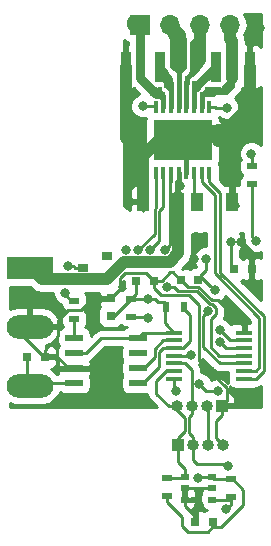
<source format=gbr>
G04 #@! TF.GenerationSoftware,KiCad,Pcbnew,(2018-02-16 revision c95340fba)-makepkg*
G04 #@! TF.CreationDate,2018-04-24T18:33:14+02:00*
G04 #@! TF.ProjectId,lmd,6C6D642E6B696361645F706362000000,rev?*
G04 #@! TF.SameCoordinates,Original*
G04 #@! TF.FileFunction,Copper,L1,Top,Signal*
G04 #@! TF.FilePolarity,Positive*
%FSLAX46Y46*%
G04 Gerber Fmt 4.6, Leading zero omitted, Abs format (unit mm)*
G04 Created by KiCad (PCBNEW (2018-02-16 revision c95340fba)-makepkg) date 04/24/18 18:33:14*
%MOMM*%
%LPD*%
G01*
G04 APERTURE LIST*
%ADD10R,0.900000X2.500000*%
%ADD11O,3.960000X1.980000*%
%ADD12R,3.960000X1.980000*%
%ADD13R,1.550000X0.600000*%
%ADD14O,1.700000X1.700000*%
%ADD15R,1.700000X1.700000*%
%ADD16R,0.800000X0.750000*%
%ADD17R,0.750000X0.800000*%
%ADD18R,0.900000X0.800000*%
%ADD19R,0.900000X0.500000*%
%ADD20C,0.750000*%
%ADD21R,5.000000X3.400000*%
%ADD22R,0.450000X1.050000*%
%ADD23O,1.000000X1.000000*%
%ADD24R,1.000000X1.000000*%
%ADD25R,1.450000X0.450000*%
%ADD26R,0.700000X0.510000*%
%ADD27R,1.000000X1.600000*%
%ADD28R,0.500000X0.900000*%
%ADD29C,0.800000*%
%ADD30C,0.450000*%
%ADD31C,0.450000*%
%ADD32C,0.250000*%
%ADD33C,0.500000*%
%ADD34C,1.000000*%
%ADD35C,0.400000*%
%ADD36C,0.750000*%
%ADD37C,0.254000*%
G04 APERTURE END LIST*
D10*
X116365360Y-94899480D03*
X119265360Y-94899480D03*
D11*
X108254800Y-121912400D03*
X108254800Y-116912400D03*
D12*
X108254800Y-111912400D03*
D13*
X117406400Y-117881400D03*
X117406400Y-119151400D03*
X117406400Y-120421400D03*
X117406400Y-121691400D03*
X112006400Y-121691400D03*
X112006400Y-120421400D03*
X112006400Y-119151400D03*
X112006400Y-117881400D03*
D14*
X125181360Y-91343480D03*
X122641360Y-91343480D03*
X120101360Y-91343480D03*
D15*
X117561360Y-91343480D03*
D16*
X109512800Y-119481600D03*
X108012800Y-119481600D03*
X122517600Y-112928400D03*
X121017600Y-112928400D03*
D17*
X115087400Y-116015200D03*
X115087400Y-114515200D03*
D18*
X112792000Y-111912400D03*
X114792000Y-110962400D03*
X114792000Y-112862400D03*
D19*
X112014000Y-114769200D03*
X112014000Y-116269200D03*
D10*
X123985360Y-94899480D03*
X126885360Y-94899480D03*
D20*
X119680860Y-101872480D03*
X119680860Y-100372480D03*
X121180860Y-101872480D03*
X121180860Y-100372480D03*
X122680860Y-101872480D03*
X122680860Y-100372480D03*
D21*
X121180860Y-101122480D03*
D22*
X123455860Y-103897480D03*
X122805860Y-103897480D03*
X122155860Y-103897480D03*
X121505860Y-103897480D03*
X120855860Y-103897480D03*
X120205860Y-103897480D03*
X119555860Y-103897480D03*
X118905860Y-103897480D03*
X118905860Y-98347480D03*
X119555860Y-98347480D03*
X120205860Y-98347480D03*
X120855860Y-98347480D03*
X121505860Y-98347480D03*
X122155860Y-98347480D03*
X122805860Y-98347480D03*
X123455860Y-98347480D03*
D23*
X120713500Y-123634500D03*
X121983500Y-123634500D03*
X123253500Y-123634500D03*
D24*
X124523500Y-123634500D03*
X120777000Y-126936500D03*
D23*
X122047000Y-126936500D03*
X123317000Y-126936500D03*
X124587000Y-126936500D03*
D19*
X116840000Y-114566000D03*
X116840000Y-116066000D03*
D25*
X126394000Y-117430000D03*
X126394000Y-118080000D03*
X126394000Y-118730000D03*
X126394000Y-119380000D03*
X126394000Y-120030000D03*
X126394000Y-120680000D03*
X126394000Y-121330000D03*
X120494000Y-121330000D03*
X120494000Y-120680000D03*
X120494000Y-120030000D03*
X120494000Y-119380000D03*
X120494000Y-118730000D03*
X120494000Y-118080000D03*
X120494000Y-117430000D03*
D26*
X123689600Y-129669500D03*
X123689600Y-130619500D03*
X123689600Y-131569500D03*
X121369600Y-131569500D03*
X121369600Y-130619500D03*
X121369600Y-129669500D03*
D16*
X122236800Y-133451600D03*
X123736800Y-133451600D03*
D19*
X119837200Y-129755200D03*
X119837200Y-131255200D03*
X125272800Y-129856800D03*
X125272800Y-131356800D03*
D16*
X125538800Y-112064800D03*
X127038800Y-112064800D03*
X118758400Y-113030000D03*
X117258400Y-113030000D03*
D27*
X117839360Y-106329480D03*
X120839360Y-106329480D03*
X125411360Y-106329480D03*
X122411360Y-106329480D03*
D28*
X121298400Y-115214400D03*
X119798400Y-115214400D03*
D19*
X127101600Y-103339200D03*
X127101600Y-104839200D03*
D29*
X126169950Y-109724271D03*
X116382800Y-110388400D03*
X122123200Y-111150400D03*
X125425200Y-103632000D03*
X126898400Y-97688400D03*
X113690400Y-114604800D03*
X114731800Y-121945400D03*
X116992400Y-100457000D03*
X127736600Y-91617800D03*
X122580400Y-132029200D03*
X125577600Y-116027200D03*
X125269946Y-109728011D03*
X123139200Y-111150400D03*
X123901196Y-113842800D03*
X120599200Y-122377200D03*
X122529600Y-129692400D03*
X111455200Y-111810800D03*
X111252000Y-114030010D03*
X119888002Y-113588800D03*
X117449600Y-110439200D03*
X118414800Y-110439200D03*
X123328501Y-115619986D03*
X122608510Y-121783882D03*
X124206000Y-122326400D03*
X127009990Y-102260400D03*
X118262400Y-116179596D03*
X125018800Y-128727200D03*
X124866400Y-132384800D03*
X118262400Y-114554000D03*
X120930870Y-104995980D03*
D30*
X123733560Y-97261680D03*
X123733560Y-96804480D03*
X123276360Y-96804480D03*
X123276360Y-97261680D03*
X122819160Y-97261680D03*
X122092720Y-94767400D03*
X122539760Y-94879160D03*
X122214640Y-95214440D03*
X121889520Y-95544640D03*
X121569480Y-95864680D03*
X121505870Y-96779080D03*
X121505870Y-97236280D03*
X121066560Y-94980760D03*
X120604280Y-95006160D03*
X120858280Y-95397320D03*
X120858280Y-95859600D03*
X120855860Y-96321880D03*
X118597680Y-97261680D03*
X118831360Y-96829880D03*
X119288560Y-96829880D03*
X119059960Y-97236280D03*
X119517160Y-97236280D03*
X121498360Y-96321880D03*
X122158760Y-97261680D03*
X122184160Y-96321880D03*
X122590560Y-96575880D03*
X122158760Y-96779080D03*
X120855860Y-96779080D03*
X120855860Y-97236290D03*
X119796560Y-96550480D03*
X120202960Y-96321880D03*
X120202960Y-96779080D03*
X120205860Y-97239180D03*
D29*
X117805200Y-98247200D03*
X124356538Y-117236690D03*
X121869200Y-119329200D03*
X124968000Y-98399600D03*
X127419962Y-109654880D03*
X124357832Y-118246315D03*
X119684800Y-110439200D03*
D31*
X122680860Y-100372480D02*
X124213370Y-100372480D01*
X121180860Y-101872480D02*
X119680860Y-101872480D01*
D32*
X122530176Y-113549178D02*
X121638378Y-113549178D01*
X121638378Y-113549178D02*
X121017600Y-112928400D01*
X119352600Y-114249200D02*
X121767600Y-114249200D01*
X123651999Y-114671001D02*
X122530176Y-113549178D01*
X124221401Y-114671001D02*
X123651999Y-114671001D01*
X125577600Y-116027200D02*
X124221401Y-114671001D01*
X121767600Y-114249200D02*
X122594202Y-115075802D01*
X118758400Y-113030000D02*
X118758400Y-113655000D01*
X118758400Y-113655000D02*
X119352600Y-114249200D01*
X119408400Y-113030000D02*
X118758400Y-113030000D01*
X120135000Y-112303400D02*
X119408400Y-113030000D01*
X121017600Y-112928400D02*
X120992600Y-112928400D01*
X120367600Y-112303400D02*
X120135000Y-112303400D01*
X120992600Y-112928400D02*
X120367600Y-112303400D01*
X126569949Y-110124270D02*
X126169950Y-109724271D01*
X127038800Y-110593121D02*
X126569949Y-110124270D01*
X127038800Y-112064800D02*
X127038800Y-110593121D01*
X115214400Y-114401600D02*
X115874800Y-113741200D01*
X118733400Y-113030000D02*
X118758400Y-113030000D01*
X115874800Y-113741200D02*
X115874800Y-112826800D01*
X115874800Y-112826800D02*
X116296600Y-112405000D01*
X118108400Y-112405000D02*
X118733400Y-113030000D01*
X116296600Y-112405000D02*
X118108400Y-112405000D01*
D33*
X117839360Y-106329480D02*
X117839360Y-106629480D01*
D32*
X124523500Y-124384500D02*
X123984599Y-124923401D01*
X124523500Y-123634500D02*
X124523500Y-124384500D01*
X123984599Y-124923401D02*
X123984599Y-126334099D01*
X123984599Y-126334099D02*
X124087001Y-126436501D01*
X124087001Y-126436501D02*
X124587000Y-126936500D01*
X124932601Y-123225399D02*
X124932601Y-122475399D01*
X124523500Y-123634500D02*
X124932601Y-123225399D01*
X122594202Y-119789598D02*
X122594202Y-115075802D01*
X124932601Y-122381999D02*
X124932601Y-122127997D01*
X124932601Y-122127997D02*
X122594202Y-119789598D01*
D33*
X125411360Y-103645840D02*
X125425200Y-103632000D01*
X125411360Y-105029480D02*
X125411360Y-103645840D01*
X125411360Y-105029480D02*
X125038380Y-104656500D01*
X125411360Y-106329480D02*
X125411360Y-105029480D01*
X125038380Y-104656500D02*
X125038380Y-100058960D01*
D34*
X125038380Y-100058960D02*
X124165360Y-100931980D01*
X121285000Y-100931980D02*
X125038380Y-100058960D01*
X126885360Y-94899480D02*
X126885360Y-98211980D01*
X126885360Y-98211980D02*
X125038380Y-100058960D01*
D33*
X126885360Y-94899480D02*
X126885360Y-97675360D01*
X126885360Y-97675360D02*
X126898400Y-97688400D01*
D32*
X125411360Y-106329480D02*
X125411360Y-105373040D01*
X110591600Y-119481600D02*
X111531400Y-120421400D01*
X109512800Y-119481600D02*
X110591600Y-119481600D01*
X111531400Y-120421400D02*
X112006400Y-120421400D01*
X112609800Y-115519200D02*
X113702000Y-114427000D01*
X111478998Y-115519200D02*
X112609800Y-115519200D01*
X110642400Y-116355798D02*
X111478998Y-115519200D01*
X109512800Y-118856600D02*
X110642400Y-117727000D01*
X110642400Y-117727000D02*
X110642400Y-116355798D01*
X109512800Y-119481600D02*
X109512800Y-118856600D01*
X113702000Y-114427000D02*
X115138200Y-114427000D01*
X115138200Y-114427000D02*
X115062000Y-114350800D01*
X124523500Y-123634500D02*
X124523500Y-124142500D01*
D33*
X125780800Y-106698920D02*
X125411360Y-106329480D01*
D32*
X117839360Y-106329480D02*
X117839360Y-107103040D01*
X122186000Y-132890900D02*
X122186000Y-133400800D01*
X122186000Y-133400800D02*
X122236800Y-133451600D01*
X122224800Y-132384800D02*
X122186000Y-132423600D01*
X122180401Y-132885301D02*
X122180401Y-132429199D01*
X122186000Y-132890900D02*
X122180401Y-132885301D01*
X122180401Y-132429199D02*
X122580400Y-132029200D01*
X121369600Y-132074500D02*
X122186000Y-132890900D01*
X121369600Y-131569500D02*
X121369600Y-132074500D01*
X123689600Y-130619500D02*
X121369600Y-130619500D01*
X121369600Y-131569500D02*
X121369600Y-130619500D01*
X109487800Y-119481600D02*
X107188000Y-117181800D01*
X109512800Y-119481600D02*
X109487800Y-119481600D01*
X107188000Y-117181800D02*
X107188000Y-116920000D01*
X109537800Y-119481600D02*
X109512800Y-119481600D01*
X126394000Y-117430000D02*
X126394000Y-116843600D01*
X126394000Y-116843600D02*
X125577600Y-116027200D01*
D34*
X116365360Y-100957980D02*
X117839360Y-102431980D01*
X116365360Y-94899480D02*
X116365360Y-100957980D01*
X119339360Y-100931980D02*
X121285000Y-100931980D01*
D31*
X121505860Y-103897480D02*
X121505860Y-101152840D01*
X121505860Y-101152840D02*
X121285000Y-100931980D01*
X121505860Y-103897480D02*
X121505860Y-103247481D01*
D32*
X112006400Y-121691400D02*
X107416600Y-121691400D01*
X107416600Y-121691400D02*
X107188000Y-121920000D01*
X108012800Y-119481600D02*
X108012800Y-121095200D01*
X108012800Y-121095200D02*
X107188000Y-121920000D01*
X118828085Y-114554000D02*
X119132885Y-114858800D01*
X119132885Y-114858800D02*
X119696800Y-114858800D01*
X118262400Y-114554000D02*
X118828085Y-114554000D01*
X125269946Y-109728011D02*
X125269946Y-111795946D01*
X125269946Y-111795946D02*
X125538800Y-112064800D01*
X123050600Y-112217200D02*
X123139200Y-112128600D01*
X123139200Y-111716085D02*
X123139200Y-111150400D01*
X123139200Y-112128600D02*
X123139200Y-111716085D01*
X122732800Y-112535000D02*
X122732800Y-112674404D01*
X123050600Y-112217200D02*
X122732800Y-112535000D01*
X122732800Y-112674404D02*
X123501197Y-113442801D01*
X123501197Y-113442801D02*
X123901196Y-113842800D01*
X122517600Y-112788000D02*
X122631200Y-112674400D01*
X122517600Y-112928400D02*
X122517600Y-112788000D01*
X122631200Y-112674400D02*
X122631200Y-112636600D01*
X122631200Y-112636600D02*
X123050600Y-112217200D01*
X117258400Y-113030000D02*
X117258400Y-114147600D01*
X117258400Y-114147600D02*
X116840000Y-114566000D01*
X120494000Y-122272000D02*
X120599200Y-122377200D01*
X120494000Y-121330000D02*
X120494000Y-122272000D01*
X119696800Y-114858800D02*
X119709500Y-114846100D01*
X113031400Y-119151400D02*
X114301400Y-117881400D01*
X112006400Y-119151400D02*
X113031400Y-119151400D01*
X114301400Y-117881400D02*
X116381400Y-117881400D01*
X116381400Y-117881400D02*
X117406400Y-117881400D01*
X120494000Y-117430000D02*
X117857800Y-117430000D01*
X117857800Y-117430000D02*
X117406400Y-117881400D01*
X115087400Y-116015200D02*
X115390800Y-116015200D01*
X115390800Y-116015200D02*
X116840000Y-114566000D01*
X123317000Y-126936500D02*
X123317000Y-123698000D01*
X123686000Y-133921500D02*
X123686000Y-133502400D01*
X123686000Y-133502400D02*
X123736800Y-133451600D01*
X123318100Y-134264400D02*
X123661000Y-133921500D01*
X121666000Y-134264400D02*
X123318100Y-134264400D01*
X121158000Y-133756400D02*
X121666000Y-134264400D01*
X121158000Y-133076000D02*
X121158000Y-133756400D01*
X119837200Y-131255200D02*
X119837200Y-131755200D01*
X119837200Y-131755200D02*
X121158000Y-133076000D01*
X123661000Y-133921500D02*
X123686000Y-133921500D01*
X123736800Y-133451600D02*
X123736800Y-133870700D01*
X123736800Y-133870700D02*
X123686000Y-133921500D01*
X123686000Y-133921500D02*
X124402704Y-133921500D01*
X124402704Y-133921500D02*
X126339600Y-131984604D01*
X126339600Y-131984604D02*
X126339600Y-130723600D01*
X125472800Y-129856800D02*
X125272800Y-129856800D01*
X126339600Y-130723600D02*
X125472800Y-129856800D01*
X125272800Y-129856800D02*
X123876900Y-129856800D01*
X123876900Y-129856800D02*
X123689600Y-129669500D01*
X122552500Y-129669500D02*
X122529600Y-129692400D01*
X123689600Y-129669500D02*
X122552500Y-129669500D01*
X112020885Y-111841285D02*
X112092000Y-111912400D01*
X112020885Y-111810800D02*
X112020885Y-111841285D01*
X112092000Y-111912400D02*
X112792000Y-111912400D01*
X112020885Y-111810800D02*
X111455200Y-111810800D01*
X112014000Y-114769200D02*
X111814000Y-114769200D01*
X111814000Y-114769200D02*
X111252000Y-114207200D01*
X111252000Y-114207200D02*
X111252000Y-114030010D01*
D34*
X120839360Y-110713844D02*
X120839360Y-105945080D01*
X114792000Y-112862400D02*
X116215198Y-111439202D01*
X120114002Y-111439202D02*
X120839360Y-110713844D01*
X116215198Y-111439202D02*
X120114002Y-111439202D01*
X114741999Y-112912401D02*
X109254801Y-112912401D01*
X114792000Y-112862400D02*
X114741999Y-112912401D01*
X109254801Y-112912401D02*
X108254800Y-111912400D01*
D32*
X112006400Y-117881400D02*
X112006400Y-116276800D01*
X117449600Y-110439200D02*
X118833988Y-109054812D01*
X118833988Y-109054812D02*
X118833989Y-106985021D01*
X118905860Y-104672480D02*
X118905860Y-103897480D01*
X118905860Y-106913150D02*
X118905860Y-104672480D01*
X118833989Y-106985021D02*
X118905860Y-106913150D01*
X124002800Y-115316000D02*
X123707812Y-115021012D01*
X124002800Y-115874800D02*
X124002800Y-115316000D01*
X123582022Y-116295578D02*
X124002800Y-115874800D01*
X123582022Y-118651600D02*
X123582022Y-116295578D01*
X123707812Y-115021012D02*
X123507020Y-115021012D01*
X122385197Y-113899189D02*
X120764076Y-113899189D01*
X126394000Y-119380000D02*
X124310422Y-119380000D01*
X120764076Y-113899189D02*
X120453687Y-113588800D01*
X124310422Y-119380000D02*
X123582022Y-118651600D01*
X123507020Y-115021012D02*
X122385197Y-113899189D01*
X120453687Y-113588800D02*
X119888002Y-113588800D01*
X118414800Y-110439200D02*
X119183999Y-109670001D01*
X119183999Y-109670001D02*
X119183999Y-107130001D01*
X119183999Y-107130001D02*
X119555860Y-106758140D01*
X119555860Y-106758140D02*
X119555860Y-104672480D01*
X119555860Y-104672480D02*
X119555860Y-103897480D01*
X122947271Y-118653260D02*
X122947271Y-116001216D01*
X124324011Y-120030000D02*
X122947271Y-118653260D01*
X126394000Y-120030000D02*
X124324011Y-120030000D01*
X122947271Y-116001216D02*
X123328501Y-115619986D01*
X123927001Y-105793621D02*
X123927001Y-112382391D01*
X127694979Y-120354021D02*
X127369000Y-120680000D01*
X127694979Y-116150369D02*
X127694979Y-120354021D01*
X123927001Y-112382391D02*
X127694979Y-116150369D01*
X122805860Y-104672480D02*
X123927001Y-105793621D01*
X122805860Y-103897480D02*
X122805860Y-104672480D01*
X127369000Y-120680000D02*
X126394000Y-120680000D01*
X124393799Y-105610419D02*
X123455860Y-104672480D01*
X128044990Y-120654010D02*
X128044990Y-116005390D01*
X124393799Y-112354199D02*
X124393799Y-105610419D01*
X128044990Y-116005390D02*
X124393799Y-112354199D01*
X126394000Y-121330000D02*
X127369000Y-121330000D01*
X123455860Y-104672480D02*
X123455860Y-103897480D01*
X127369000Y-121330000D02*
X128044990Y-120654010D01*
X127101600Y-103339200D02*
X127101600Y-102352010D01*
X127101600Y-102352010D02*
X127009990Y-102260400D01*
X123008509Y-122183881D02*
X122608510Y-121783882D01*
X123151028Y-122326400D02*
X123008509Y-122183881D01*
X124206000Y-122326400D02*
X123151028Y-122326400D01*
X120006394Y-123634500D02*
X118958198Y-122586304D01*
X120713500Y-123634500D02*
X120006394Y-123634500D01*
X118958198Y-122586304D02*
X118958198Y-121510800D01*
X118958198Y-121510800D02*
X119788998Y-120680000D01*
X119788998Y-120680000D02*
X120494000Y-120680000D01*
X121983500Y-124341606D02*
X121723999Y-124601107D01*
X121983500Y-123634500D02*
X121983500Y-124341606D01*
X121723999Y-124601107D02*
X121723999Y-125906393D01*
X121723999Y-125906393D02*
X122047000Y-126229394D01*
X122047000Y-126229394D02*
X122047000Y-126936500D01*
X121401600Y-120030000D02*
X121972499Y-120600899D01*
X120494000Y-120030000D02*
X121401600Y-120030000D01*
X121972499Y-120600899D02*
X121983500Y-120589898D01*
X121983500Y-120589898D02*
X121983500Y-123634500D01*
X117830600Y-121691400D02*
X119176800Y-120345200D01*
X117406400Y-121691400D02*
X117830600Y-121691400D01*
X119176800Y-120345200D02*
X119176800Y-119072200D01*
X119176800Y-119072200D02*
X119519000Y-118730000D01*
X119519000Y-118730000D02*
X120494000Y-118730000D01*
X121199002Y-118730000D02*
X121798400Y-118130602D01*
X120494000Y-118730000D02*
X121199002Y-118730000D01*
X121798400Y-118130602D02*
X121798400Y-115914400D01*
X121798400Y-115914400D02*
X121298400Y-115414400D01*
X121298400Y-115414400D02*
X121298400Y-115214400D01*
X116840000Y-116066000D02*
X118148804Y-116066000D01*
X118148804Y-116066000D02*
X118262400Y-116179596D01*
X120713500Y-124015500D02*
X121361200Y-124663200D01*
X120713500Y-123634500D02*
X120713500Y-124015500D01*
X121361200Y-124663200D02*
X121361200Y-125780800D01*
X121361200Y-125780800D02*
X120777000Y-126365000D01*
X120777000Y-126365000D02*
X120777000Y-126936500D01*
X121983500Y-123634500D02*
X121716800Y-123901200D01*
X121716800Y-126606300D02*
X122047000Y-126936500D01*
X124866400Y-128574800D02*
X122428000Y-128574800D01*
X125018800Y-128727200D02*
X124866400Y-128574800D01*
X122428000Y-128574800D02*
X122047000Y-128193800D01*
X122047000Y-128193800D02*
X122047000Y-126936500D01*
X125272800Y-131356800D02*
X125272800Y-131978400D01*
X125272800Y-131978400D02*
X124866400Y-132384800D01*
X123689600Y-131569500D02*
X125060100Y-131569500D01*
X125060100Y-131569500D02*
X125272800Y-131356800D01*
X125022000Y-131356800D02*
X125222000Y-131356800D01*
X114858800Y-114641800D02*
X114858800Y-114616800D01*
X119696800Y-116632800D02*
X119837200Y-116773200D01*
X119696800Y-114858800D02*
X119696800Y-116632800D01*
X119837200Y-116773200D02*
X120494000Y-117430000D01*
X123317000Y-123698000D02*
X123253500Y-123634500D01*
X116840000Y-114566000D02*
X118250400Y-114566000D01*
X118250400Y-114566000D02*
X118262400Y-114554000D01*
X114921600Y-114554000D02*
X114858800Y-114616800D01*
D31*
X120855860Y-104920970D02*
X120930870Y-104995980D01*
X120855860Y-103897480D02*
X120855860Y-104920970D01*
X124898359Y-97036681D02*
X125397260Y-96537780D01*
X125397260Y-96537780D02*
X125397260Y-95890080D01*
X123733560Y-97261680D02*
X123958559Y-97036681D01*
X123958559Y-97036681D02*
X124898359Y-97036681D01*
X124889260Y-96460582D02*
X125028960Y-96320882D01*
X124419360Y-96930482D02*
X124889260Y-96460582D01*
X125397260Y-95890080D02*
X125397260Y-95952582D01*
X125397260Y-95952582D02*
X124889260Y-96460582D01*
D34*
X125397260Y-92761461D02*
X125397260Y-95890080D01*
X125181360Y-91343480D02*
X125181360Y-92545561D01*
X125181360Y-92545561D02*
X125397260Y-92761461D01*
D31*
X124265962Y-97083880D02*
X124419360Y-96930482D01*
D35*
X123733560Y-96804480D02*
X124293358Y-96804480D01*
X124293358Y-96804480D02*
X124419360Y-96930482D01*
X123276360Y-97261680D02*
X122819160Y-97261680D01*
X123276360Y-96804480D02*
X123733560Y-96804480D01*
X123276360Y-97261680D02*
X123276360Y-96804480D01*
X122819160Y-97261680D02*
X123733560Y-97261680D01*
D32*
X121889520Y-92852240D02*
X122196199Y-92545561D01*
X122196199Y-92545561D02*
X122641360Y-92545561D01*
X121889520Y-94970600D02*
X121889520Y-92852240D01*
X121889520Y-95544640D02*
X121889520Y-94970600D01*
X121889520Y-94970600D02*
X122092720Y-94767400D01*
D35*
X122209560Y-93365320D02*
X122209560Y-92943680D01*
X122209560Y-95242380D02*
X122209560Y-93365320D01*
D32*
X122092720Y-94767400D02*
X122092720Y-94449202D01*
X122092720Y-94449202D02*
X122209560Y-94332362D01*
X122209560Y-94332362D02*
X122209560Y-93365320D01*
X122092720Y-94767400D02*
X122092720Y-95341440D01*
X122092720Y-95341440D02*
X121889520Y-95544640D01*
X122317719Y-94542401D02*
X122317719Y-94512339D01*
X122092720Y-94767400D02*
X122317719Y-94542401D01*
X122317719Y-94512339D02*
X122209560Y-94404180D01*
D31*
X121889520Y-95544640D02*
X121889520Y-95539560D01*
X121889520Y-95539560D02*
X122214640Y-95214440D01*
X121551370Y-95900570D02*
X122654060Y-94797880D01*
D35*
X122209560Y-92943680D02*
X122243241Y-92943680D01*
X122243241Y-92943680D02*
X122641360Y-92545561D01*
X122209560Y-95242380D02*
X122654060Y-94797880D01*
X121551370Y-95900570D02*
X122209560Y-95242380D01*
D34*
X122654060Y-92558261D02*
X122654060Y-93959680D01*
X122654060Y-93959680D02*
X122654060Y-94378780D01*
D35*
X122209560Y-95242380D02*
X122209560Y-94404180D01*
X122209560Y-94404180D02*
X122654060Y-93959680D01*
X121498360Y-96321880D02*
X121551370Y-96268870D01*
X121551370Y-96268870D02*
X121551370Y-95900570D01*
D34*
X122641360Y-91343480D02*
X122641360Y-92545561D01*
X122641360Y-92545561D02*
X122654060Y-92558261D01*
D35*
X121505870Y-97236280D02*
X121505870Y-96779080D01*
X121505870Y-97236280D02*
X121505870Y-96329390D01*
X121505870Y-96329390D02*
X121498360Y-96321880D01*
D32*
X120604280Y-95006160D02*
X120604280Y-95143320D01*
X120604280Y-95143320D02*
X120858280Y-95397320D01*
D35*
X120855860Y-94645480D02*
X120855860Y-96003682D01*
X120855860Y-96003682D02*
X120855860Y-96321880D01*
X120951359Y-94549981D02*
X120855860Y-94645480D01*
X121282460Y-94962980D02*
X121282460Y-92524580D01*
X121282460Y-92524580D02*
X120101360Y-91343480D01*
X120921660Y-95323780D02*
X121282460Y-94962980D01*
X120855860Y-95323780D02*
X120921660Y-95323780D01*
X120951359Y-95228281D02*
X120951359Y-95179781D01*
X120329960Y-92461080D02*
X120101360Y-92232480D01*
X120101360Y-92232480D02*
X120101360Y-91343480D01*
X120329960Y-94823280D02*
X120329960Y-92461080D01*
X120734961Y-95228281D02*
X120329960Y-94823280D01*
X120951359Y-95228281D02*
X120734961Y-95228281D01*
X120855860Y-95323780D02*
X120951359Y-95228281D01*
X120951359Y-95228281D02*
X120951359Y-92193479D01*
X120855860Y-95547180D02*
X120855860Y-95323780D01*
X120855860Y-96321880D02*
X120855860Y-95547180D01*
X120855860Y-95547180D02*
X120855860Y-94645480D01*
X120855860Y-94645480D02*
X120855860Y-92097980D01*
D34*
X120101360Y-91343480D02*
X120951359Y-92193479D01*
X120951359Y-92193479D02*
X120951359Y-94549981D01*
D35*
X120855860Y-92097980D02*
X120101360Y-91343480D01*
X120855860Y-97236290D02*
X120855860Y-96321880D01*
D31*
X120855860Y-97236290D02*
X120855860Y-96779080D01*
D32*
X118597680Y-97261680D02*
X118597680Y-97063560D01*
X118597680Y-97063560D02*
X118831360Y-96829880D01*
X119059960Y-97236280D02*
X119555860Y-97732180D01*
X119555860Y-97732180D02*
X119555860Y-98347480D01*
D36*
X118963440Y-97236280D02*
X117561360Y-95834200D01*
X119059960Y-97236280D02*
X118963440Y-97236280D01*
X117561360Y-95834200D02*
X117561360Y-95660482D01*
X117561360Y-95660482D02*
X117561360Y-91343480D01*
D32*
X118831360Y-96829880D02*
X119288560Y-96829880D01*
D31*
X118831360Y-96829880D02*
X118831360Y-97007680D01*
X118831360Y-97007680D02*
X119059960Y-97236280D01*
D32*
X112006400Y-116276800D02*
X112014000Y-116269200D01*
D35*
X122590560Y-96575880D02*
X123985360Y-95181080D01*
X123985360Y-95181080D02*
X123985360Y-94899480D01*
X122158760Y-96512380D02*
X123771660Y-94899480D01*
X122158760Y-97261680D02*
X122158760Y-96512380D01*
X123771660Y-94899480D02*
X123985360Y-94899480D01*
X122158760Y-97261680D02*
X122158760Y-96779080D01*
X122590560Y-96575880D02*
X122438160Y-96575880D01*
X122438160Y-96575880D02*
X122184160Y-96321880D01*
X122158760Y-96779080D02*
X122387360Y-96779080D01*
X122387360Y-96779080D02*
X122590560Y-96575880D01*
D32*
X120202960Y-96321880D02*
X120202960Y-95837080D01*
X120202960Y-95837080D02*
X119821960Y-95456080D01*
X120202960Y-96003682D02*
X119821960Y-95622682D01*
X120202960Y-96321880D02*
X120202960Y-96003682D01*
X119821960Y-95622682D02*
X119821960Y-95456080D01*
D33*
X119821960Y-96001840D02*
X119821960Y-95456080D01*
X119821960Y-96220280D02*
X119821960Y-96001840D01*
D32*
X120202960Y-96321880D02*
X119882920Y-96001840D01*
X119882920Y-96001840D02*
X119821960Y-96001840D01*
D35*
X120205860Y-97239180D02*
X120205860Y-96324780D01*
X120205860Y-96324780D02*
X120202960Y-96321880D01*
X120205860Y-97239180D02*
X120205860Y-96920982D01*
X120205860Y-96920982D02*
X119913561Y-96628683D01*
X119913561Y-96628683D02*
X119913561Y-96550480D01*
D33*
X119923560Y-96321880D02*
X119821960Y-96220280D01*
X120202960Y-96321880D02*
X119923560Y-96321880D01*
X119821960Y-95456080D02*
X119265360Y-94899480D01*
D32*
X120202960Y-96779080D02*
X120025160Y-96779080D01*
X120025160Y-96779080D02*
X119796560Y-96550480D01*
X119796560Y-96550480D02*
X119974360Y-96550480D01*
X119974360Y-96550480D02*
X120202960Y-96321880D01*
D34*
X124165360Y-100931980D02*
X124165360Y-101185980D01*
X117839360Y-102431980D02*
X119339360Y-100931980D01*
X117839360Y-106329480D02*
X117839360Y-102431980D01*
D32*
X122155860Y-103897480D02*
X122155860Y-106073980D01*
X122155860Y-106073980D02*
X122411360Y-106329480D01*
X120839360Y-104655390D02*
X120839360Y-103913980D01*
X120839360Y-103913980D02*
X120855860Y-103897480D01*
D33*
X120839360Y-106329480D02*
X120839360Y-104655390D01*
D34*
X120839360Y-106629480D02*
X120839360Y-106329480D01*
D31*
X123094460Y-97083880D02*
X124265962Y-97083880D01*
X122805860Y-98347480D02*
X122805860Y-97372480D01*
X122805860Y-97372480D02*
X123094460Y-97083880D01*
X121505860Y-98347480D02*
X121505860Y-97152580D01*
X120855860Y-98347480D02*
X120855860Y-97236290D01*
X119267260Y-97083880D02*
X118984758Y-97083880D01*
X118984758Y-97083880D02*
X117561360Y-95660482D01*
X117561360Y-95660482D02*
X117561360Y-92643480D01*
X117561360Y-92643480D02*
X117561360Y-91343480D01*
X119555860Y-98347480D02*
X119555860Y-97372480D01*
X119555860Y-97372480D02*
X119267260Y-97083880D01*
D34*
X116989860Y-91152980D02*
X116989860Y-91406980D01*
D31*
X122155860Y-98347480D02*
X122155860Y-96959780D01*
X120205860Y-98347480D02*
X120205860Y-97239180D01*
D33*
X119265360Y-94899480D02*
X119265360Y-95587480D01*
D32*
X117805200Y-98247200D02*
X118805580Y-98247200D01*
X118805580Y-98247200D02*
X118905860Y-98347480D01*
X124779438Y-117636689D02*
X124756537Y-117636689D01*
X126394000Y-118080000D02*
X125222749Y-118080000D01*
X124756537Y-117636689D02*
X124356538Y-117236690D01*
X125222749Y-118080000D02*
X124779438Y-117636689D01*
X120494000Y-119380000D02*
X121818400Y-119380000D01*
X121818400Y-119380000D02*
X121869200Y-119329200D01*
X123982980Y-98399600D02*
X124968000Y-98399600D01*
X123455860Y-98347480D02*
X123930860Y-98347480D01*
X123930860Y-98347480D02*
X123982980Y-98399600D01*
X121369600Y-128989600D02*
X120777000Y-128397000D01*
X121369600Y-129669500D02*
X121369600Y-128989600D01*
X120777000Y-128397000D02*
X120777000Y-126936500D01*
X119837200Y-129755200D02*
X121283900Y-129755200D01*
X121283900Y-129755200D02*
X121369600Y-129669500D01*
X123689600Y-131569500D02*
X123954500Y-131569500D01*
X125022000Y-129856800D02*
X125222000Y-129856800D01*
X118821200Y-119481600D02*
X117881400Y-120421400D01*
X118821200Y-118777800D02*
X118821200Y-119481600D01*
X117881400Y-120421400D02*
X117406400Y-120421400D01*
X118821200Y-118777800D02*
X119519000Y-118080000D01*
X119519000Y-118080000D02*
X120494000Y-118080000D01*
X127101600Y-104839200D02*
X127101600Y-109336518D01*
X127101600Y-109336518D02*
X127419962Y-109654880D01*
X124757831Y-118646314D02*
X124357832Y-118246315D01*
X126394000Y-118730000D02*
X124841517Y-118730000D01*
X124841517Y-118730000D02*
X124757831Y-118646314D01*
X120205860Y-104672480D02*
X120114359Y-104763981D01*
X120205860Y-103897480D02*
X120205860Y-104672480D01*
X120114359Y-103900381D02*
X120114359Y-110009641D01*
X120114359Y-110009641D02*
X120084799Y-110039201D01*
X120084799Y-110039201D02*
X119684800Y-110439200D01*
D37*
G36*
X125211191Y-122012809D02*
X125421235Y-122153157D01*
X125669000Y-122202440D01*
X127119000Y-122202440D01*
X127366765Y-122153157D01*
X127468675Y-122085062D01*
X127665537Y-122045904D01*
X127789001Y-121963408D01*
X127789001Y-123725000D01*
X125657612Y-123725000D01*
X125586611Y-123739123D01*
X125586608Y-123739123D01*
X125474112Y-123761500D01*
X124650500Y-123761500D01*
X124650500Y-123781500D01*
X124396500Y-123781500D01*
X124396500Y-123761500D01*
X124385473Y-123761500D01*
X124410735Y-123634500D01*
X124385473Y-123507500D01*
X124396500Y-123507500D01*
X124396500Y-123487500D01*
X124650500Y-123487500D01*
X124650500Y-123507500D01*
X125499750Y-123507500D01*
X125658500Y-123348750D01*
X125658500Y-123008191D01*
X125561827Y-122774802D01*
X125383199Y-122596173D01*
X125239233Y-122536540D01*
X125241000Y-122532274D01*
X125241000Y-122120526D01*
X125172230Y-121954500D01*
X125211191Y-122012809D01*
X125211191Y-122012809D01*
G37*
X125211191Y-122012809D02*
X125421235Y-122153157D01*
X125669000Y-122202440D01*
X127119000Y-122202440D01*
X127366765Y-122153157D01*
X127468675Y-122085062D01*
X127665537Y-122045904D01*
X127789001Y-121963408D01*
X127789001Y-123725000D01*
X125657612Y-123725000D01*
X125586611Y-123739123D01*
X125586608Y-123739123D01*
X125474112Y-123761500D01*
X124650500Y-123761500D01*
X124650500Y-123781500D01*
X124396500Y-123781500D01*
X124396500Y-123761500D01*
X124385473Y-123761500D01*
X124410735Y-123634500D01*
X124385473Y-123507500D01*
X124396500Y-123507500D01*
X124396500Y-123487500D01*
X124650500Y-123487500D01*
X124650500Y-123507500D01*
X125499750Y-123507500D01*
X125658500Y-123348750D01*
X125658500Y-123008191D01*
X125561827Y-122774802D01*
X125383199Y-122596173D01*
X125239233Y-122536540D01*
X125241000Y-122532274D01*
X125241000Y-122120526D01*
X125172230Y-121954500D01*
X125211191Y-122012809D01*
G36*
X110583960Y-118181400D02*
X110633243Y-118429165D01*
X110691532Y-118516400D01*
X110633243Y-118603635D01*
X110583960Y-118851400D01*
X110583960Y-119451400D01*
X110633243Y-119699165D01*
X110686168Y-119778372D01*
X110596400Y-119995090D01*
X110596400Y-120135650D01*
X110755150Y-120294400D01*
X111879400Y-120294400D01*
X111879400Y-120274400D01*
X112133400Y-120274400D01*
X112133400Y-120294400D01*
X113257650Y-120294400D01*
X113416400Y-120135650D01*
X113416400Y-119995090D01*
X113355767Y-119848709D01*
X113579329Y-119699329D01*
X113621731Y-119635870D01*
X114616202Y-118641400D01*
X116025731Y-118641400D01*
X115983960Y-118851400D01*
X115983960Y-119451400D01*
X116033243Y-119699165D01*
X116091532Y-119786400D01*
X116033243Y-119873635D01*
X115983960Y-120121400D01*
X115983960Y-120721400D01*
X116033243Y-120969165D01*
X116091532Y-121056400D01*
X116033243Y-121143635D01*
X115983960Y-121391400D01*
X115983960Y-121991400D01*
X116033243Y-122239165D01*
X116173591Y-122449209D01*
X116383635Y-122589557D01*
X116631400Y-122638840D01*
X118181400Y-122638840D01*
X118193290Y-122636475D01*
X118198198Y-122661151D01*
X118198198Y-122661155D01*
X118242294Y-122882840D01*
X118410269Y-123134233D01*
X118473728Y-123176635D01*
X119022092Y-123725000D01*
X106602200Y-123725000D01*
X106602200Y-123424035D01*
X106630757Y-123443116D01*
X107104755Y-123537400D01*
X109404845Y-123537400D01*
X109878843Y-123443116D01*
X110416359Y-123083959D01*
X110775516Y-122546443D01*
X110792362Y-122461752D01*
X110983635Y-122589557D01*
X111231400Y-122638840D01*
X112781400Y-122638840D01*
X113029165Y-122589557D01*
X113239209Y-122449209D01*
X113379557Y-122239165D01*
X113428840Y-121991400D01*
X113428840Y-121391400D01*
X113379557Y-121143635D01*
X113326632Y-121064428D01*
X113416400Y-120847710D01*
X113416400Y-120707150D01*
X113257650Y-120548400D01*
X112133400Y-120548400D01*
X112133400Y-120568400D01*
X111879400Y-120568400D01*
X111879400Y-120548400D01*
X110755150Y-120548400D01*
X110596400Y-120707150D01*
X110596400Y-120847710D01*
X110631066Y-120931400D01*
X110543687Y-120931400D01*
X110416359Y-120740841D01*
X110041723Y-120490517D01*
X110272498Y-120394927D01*
X110451127Y-120216299D01*
X110547800Y-119982910D01*
X110547800Y-119767350D01*
X110389050Y-119608600D01*
X109639800Y-119608600D01*
X109639800Y-119628600D01*
X109385800Y-119628600D01*
X109385800Y-119608600D01*
X109365800Y-119608600D01*
X109365800Y-119354600D01*
X109385800Y-119354600D01*
X109385800Y-119334600D01*
X109639800Y-119334600D01*
X109639800Y-119354600D01*
X110389050Y-119354600D01*
X110547800Y-119195850D01*
X110547800Y-118980290D01*
X110451127Y-118746901D01*
X110272498Y-118568273D01*
X110039109Y-118471600D01*
X109798550Y-118471600D01*
X109639802Y-118630348D01*
X109639802Y-118471600D01*
X109605596Y-118471600D01*
X109983993Y-118365103D01*
X110483651Y-117971646D01*
X110583960Y-117792760D01*
X110583960Y-118181400D01*
X110583960Y-118181400D01*
G37*
X110583960Y-118181400D02*
X110633243Y-118429165D01*
X110691532Y-118516400D01*
X110633243Y-118603635D01*
X110583960Y-118851400D01*
X110583960Y-119451400D01*
X110633243Y-119699165D01*
X110686168Y-119778372D01*
X110596400Y-119995090D01*
X110596400Y-120135650D01*
X110755150Y-120294400D01*
X111879400Y-120294400D01*
X111879400Y-120274400D01*
X112133400Y-120274400D01*
X112133400Y-120294400D01*
X113257650Y-120294400D01*
X113416400Y-120135650D01*
X113416400Y-119995090D01*
X113355767Y-119848709D01*
X113579329Y-119699329D01*
X113621731Y-119635870D01*
X114616202Y-118641400D01*
X116025731Y-118641400D01*
X115983960Y-118851400D01*
X115983960Y-119451400D01*
X116033243Y-119699165D01*
X116091532Y-119786400D01*
X116033243Y-119873635D01*
X115983960Y-120121400D01*
X115983960Y-120721400D01*
X116033243Y-120969165D01*
X116091532Y-121056400D01*
X116033243Y-121143635D01*
X115983960Y-121391400D01*
X115983960Y-121991400D01*
X116033243Y-122239165D01*
X116173591Y-122449209D01*
X116383635Y-122589557D01*
X116631400Y-122638840D01*
X118181400Y-122638840D01*
X118193290Y-122636475D01*
X118198198Y-122661151D01*
X118198198Y-122661155D01*
X118242294Y-122882840D01*
X118410269Y-123134233D01*
X118473728Y-123176635D01*
X119022092Y-123725000D01*
X106602200Y-123725000D01*
X106602200Y-123424035D01*
X106630757Y-123443116D01*
X107104755Y-123537400D01*
X109404845Y-123537400D01*
X109878843Y-123443116D01*
X110416359Y-123083959D01*
X110775516Y-122546443D01*
X110792362Y-122461752D01*
X110983635Y-122589557D01*
X111231400Y-122638840D01*
X112781400Y-122638840D01*
X113029165Y-122589557D01*
X113239209Y-122449209D01*
X113379557Y-122239165D01*
X113428840Y-121991400D01*
X113428840Y-121391400D01*
X113379557Y-121143635D01*
X113326632Y-121064428D01*
X113416400Y-120847710D01*
X113416400Y-120707150D01*
X113257650Y-120548400D01*
X112133400Y-120548400D01*
X112133400Y-120568400D01*
X111879400Y-120568400D01*
X111879400Y-120548400D01*
X110755150Y-120548400D01*
X110596400Y-120707150D01*
X110596400Y-120847710D01*
X110631066Y-120931400D01*
X110543687Y-120931400D01*
X110416359Y-120740841D01*
X110041723Y-120490517D01*
X110272498Y-120394927D01*
X110451127Y-120216299D01*
X110547800Y-119982910D01*
X110547800Y-119767350D01*
X110389050Y-119608600D01*
X109639800Y-119608600D01*
X109639800Y-119628600D01*
X109385800Y-119628600D01*
X109385800Y-119608600D01*
X109365800Y-119608600D01*
X109365800Y-119354600D01*
X109385800Y-119354600D01*
X109385800Y-119334600D01*
X109639800Y-119334600D01*
X109639800Y-119354600D01*
X110389050Y-119354600D01*
X110547800Y-119195850D01*
X110547800Y-118980290D01*
X110451127Y-118746901D01*
X110272498Y-118568273D01*
X110039109Y-118471600D01*
X109798550Y-118471600D01*
X109639802Y-118630348D01*
X109639802Y-118471600D01*
X109605596Y-118471600D01*
X109983993Y-118365103D01*
X110483651Y-117971646D01*
X110583960Y-117792760D01*
X110583960Y-118181400D01*
G36*
X123733684Y-120514476D02*
X123776082Y-120577929D01*
X123839535Y-120620327D01*
X123839537Y-120620329D01*
X123928842Y-120680000D01*
X124027474Y-120745904D01*
X124249159Y-120790000D01*
X124249163Y-120790000D01*
X124324010Y-120804888D01*
X124398857Y-120790000D01*
X125021560Y-120790000D01*
X125021560Y-120905000D01*
X125041451Y-121005000D01*
X125021560Y-121105000D01*
X125021560Y-121555000D01*
X125052163Y-121708852D01*
X124792280Y-121448969D01*
X124411874Y-121291400D01*
X124000126Y-121291400D01*
X123619720Y-121448969D01*
X123598747Y-121469942D01*
X123485941Y-121197602D01*
X123194790Y-120906451D01*
X122814384Y-120748882D01*
X122743500Y-120748882D01*
X122743500Y-120664746D01*
X122758388Y-120589898D01*
X122743500Y-120515050D01*
X122743500Y-120515046D01*
X122699404Y-120293361D01*
X122566962Y-120095149D01*
X122746631Y-119915480D01*
X122860290Y-119641081D01*
X123733684Y-120514476D01*
X123733684Y-120514476D01*
G37*
X123733684Y-120514476D02*
X123776082Y-120577929D01*
X123839535Y-120620327D01*
X123839537Y-120620329D01*
X123928842Y-120680000D01*
X124027474Y-120745904D01*
X124249159Y-120790000D01*
X124249163Y-120790000D01*
X124324010Y-120804888D01*
X124398857Y-120790000D01*
X125021560Y-120790000D01*
X125021560Y-120905000D01*
X125041451Y-121005000D01*
X125021560Y-121105000D01*
X125021560Y-121555000D01*
X125052163Y-121708852D01*
X124792280Y-121448969D01*
X124411874Y-121291400D01*
X124000126Y-121291400D01*
X123619720Y-121448969D01*
X123598747Y-121469942D01*
X123485941Y-121197602D01*
X123194790Y-120906451D01*
X122814384Y-120748882D01*
X122743500Y-120748882D01*
X122743500Y-120664746D01*
X122758388Y-120589898D01*
X122743500Y-120515050D01*
X122743500Y-120515046D01*
X122699404Y-120293361D01*
X122566962Y-120095149D01*
X122746631Y-119915480D01*
X122860290Y-119641081D01*
X123733684Y-120514476D01*
G36*
X114077400Y-114229450D02*
X114236150Y-114388200D01*
X114960400Y-114388200D01*
X114960400Y-114368200D01*
X115214400Y-114368200D01*
X115214400Y-114388200D01*
X115234400Y-114388200D01*
X115234400Y-114642200D01*
X115214400Y-114642200D01*
X115214400Y-114662200D01*
X114960400Y-114662200D01*
X114960400Y-114642200D01*
X114236150Y-114642200D01*
X114077400Y-114800950D01*
X114077400Y-115041509D01*
X114174073Y-115274898D01*
X114175273Y-115276098D01*
X114114243Y-115367435D01*
X114064960Y-115615200D01*
X114064960Y-116415200D01*
X114114243Y-116662965D01*
X114254591Y-116873009D01*
X114464635Y-117013357D01*
X114712400Y-117062640D01*
X115462400Y-117062640D01*
X115710165Y-117013357D01*
X115920209Y-116873009D01*
X115969732Y-116798893D01*
X116142235Y-116914157D01*
X116390000Y-116963440D01*
X116483192Y-116963440D01*
X116383635Y-116983243D01*
X116176870Y-117121400D01*
X114376246Y-117121400D01*
X114301399Y-117106512D01*
X114226552Y-117121400D01*
X114226548Y-117121400D01*
X114004863Y-117165496D01*
X113753471Y-117333471D01*
X113711071Y-117396927D01*
X113428840Y-117679158D01*
X113428840Y-117581400D01*
X113379557Y-117333635D01*
X113239209Y-117123591D01*
X113029165Y-116983243D01*
X112930727Y-116963663D01*
X113062157Y-116766965D01*
X113111440Y-116519200D01*
X113111440Y-116019200D01*
X113062157Y-115771435D01*
X112921809Y-115561391D01*
X112858666Y-115519200D01*
X112921809Y-115477009D01*
X113062157Y-115266965D01*
X113111440Y-115019200D01*
X113111440Y-114519200D01*
X113062157Y-114271435D01*
X112921809Y-114061391D01*
X112900872Y-114047401D01*
X114077400Y-114047401D01*
X114077400Y-114229450D01*
X114077400Y-114229450D01*
G37*
X114077400Y-114229450D02*
X114236150Y-114388200D01*
X114960400Y-114388200D01*
X114960400Y-114368200D01*
X115214400Y-114368200D01*
X115214400Y-114388200D01*
X115234400Y-114388200D01*
X115234400Y-114642200D01*
X115214400Y-114642200D01*
X115214400Y-114662200D01*
X114960400Y-114662200D01*
X114960400Y-114642200D01*
X114236150Y-114642200D01*
X114077400Y-114800950D01*
X114077400Y-115041509D01*
X114174073Y-115274898D01*
X114175273Y-115276098D01*
X114114243Y-115367435D01*
X114064960Y-115615200D01*
X114064960Y-116415200D01*
X114114243Y-116662965D01*
X114254591Y-116873009D01*
X114464635Y-117013357D01*
X114712400Y-117062640D01*
X115462400Y-117062640D01*
X115710165Y-117013357D01*
X115920209Y-116873009D01*
X115969732Y-116798893D01*
X116142235Y-116914157D01*
X116390000Y-116963440D01*
X116483192Y-116963440D01*
X116383635Y-116983243D01*
X116176870Y-117121400D01*
X114376246Y-117121400D01*
X114301399Y-117106512D01*
X114226552Y-117121400D01*
X114226548Y-117121400D01*
X114004863Y-117165496D01*
X113753471Y-117333471D01*
X113711071Y-117396927D01*
X113428840Y-117679158D01*
X113428840Y-117581400D01*
X113379557Y-117333635D01*
X113239209Y-117123591D01*
X113029165Y-116983243D01*
X112930727Y-116963663D01*
X113062157Y-116766965D01*
X113111440Y-116519200D01*
X113111440Y-116019200D01*
X113062157Y-115771435D01*
X112921809Y-115561391D01*
X112858666Y-115519200D01*
X112921809Y-115477009D01*
X113062157Y-115266965D01*
X113111440Y-115019200D01*
X113111440Y-114519200D01*
X113062157Y-114271435D01*
X112921809Y-114061391D01*
X112900872Y-114047401D01*
X114077400Y-114047401D01*
X114077400Y-114229450D01*
G36*
X126934979Y-116465171D02*
X126934979Y-116570000D01*
X126679750Y-116570000D01*
X126521000Y-116728750D01*
X126521000Y-117207560D01*
X126267000Y-117207560D01*
X126267000Y-116728750D01*
X126108250Y-116570000D01*
X125542691Y-116570000D01*
X125309302Y-116666673D01*
X125260797Y-116715178D01*
X125233969Y-116650410D01*
X124942818Y-116359259D01*
X124668939Y-116245815D01*
X124718704Y-116171337D01*
X124762800Y-115949652D01*
X124762800Y-115949647D01*
X124777688Y-115874800D01*
X124762800Y-115799953D01*
X124762800Y-115390846D01*
X124777688Y-115315999D01*
X124762800Y-115241152D01*
X124762800Y-115241148D01*
X124718704Y-115019463D01*
X124550729Y-114768071D01*
X124487270Y-114725669D01*
X124483485Y-114721884D01*
X124487476Y-114720231D01*
X124778627Y-114429080D01*
X124813851Y-114344042D01*
X126934979Y-116465171D01*
X126934979Y-116465171D01*
G37*
X126934979Y-116465171D02*
X126934979Y-116570000D01*
X126679750Y-116570000D01*
X126521000Y-116728750D01*
X126521000Y-117207560D01*
X126267000Y-117207560D01*
X126267000Y-116728750D01*
X126108250Y-116570000D01*
X125542691Y-116570000D01*
X125309302Y-116666673D01*
X125260797Y-116715178D01*
X125233969Y-116650410D01*
X124942818Y-116359259D01*
X124668939Y-116245815D01*
X124718704Y-116171337D01*
X124762800Y-115949652D01*
X124762800Y-115949647D01*
X124777688Y-115874800D01*
X124762800Y-115799953D01*
X124762800Y-115390846D01*
X124777688Y-115315999D01*
X124762800Y-115241152D01*
X124762800Y-115241148D01*
X124718704Y-115019463D01*
X124550729Y-114768071D01*
X124487270Y-114725669D01*
X124483485Y-114721884D01*
X124487476Y-114720231D01*
X124778627Y-114429080D01*
X124813851Y-114344042D01*
X126934979Y-116465171D01*
G36*
X108373190Y-113635922D02*
X108436512Y-113730690D01*
X108803152Y-113975671D01*
X108811946Y-113981547D01*
X109254801Y-114069636D01*
X109366584Y-114047401D01*
X110217000Y-114047401D01*
X110217000Y-114235884D01*
X110374569Y-114616290D01*
X110665720Y-114907441D01*
X110916560Y-115011342D01*
X110916560Y-115019200D01*
X110965843Y-115266965D01*
X111106191Y-115477009D01*
X111169334Y-115519200D01*
X111106191Y-115561391D01*
X110965843Y-115771435D01*
X110916560Y-116019200D01*
X110916560Y-116519200D01*
X110965843Y-116766965D01*
X111095490Y-116960994D01*
X110983635Y-116983243D01*
X110773591Y-117123591D01*
X110757150Y-117148196D01*
X110705540Y-117039400D01*
X108381800Y-117039400D01*
X108381800Y-117059400D01*
X108127800Y-117059400D01*
X108127800Y-117039400D01*
X108107800Y-117039400D01*
X108107800Y-116785400D01*
X108127800Y-116785400D01*
X108127800Y-115287400D01*
X108381800Y-115287400D01*
X108381800Y-116785400D01*
X110705540Y-116785400D01*
X110825018Y-116533535D01*
X110794705Y-116407872D01*
X110483651Y-115853154D01*
X109983993Y-115459697D01*
X109371800Y-115287400D01*
X108381800Y-115287400D01*
X108127800Y-115287400D01*
X107137800Y-115287400D01*
X106602200Y-115438140D01*
X106602200Y-113549840D01*
X108287108Y-113549840D01*
X108373190Y-113635922D01*
X108373190Y-113635922D01*
G37*
X108373190Y-113635922D02*
X108436512Y-113730690D01*
X108803152Y-113975671D01*
X108811946Y-113981547D01*
X109254801Y-114069636D01*
X109366584Y-114047401D01*
X110217000Y-114047401D01*
X110217000Y-114235884D01*
X110374569Y-114616290D01*
X110665720Y-114907441D01*
X110916560Y-115011342D01*
X110916560Y-115019200D01*
X110965843Y-115266965D01*
X111106191Y-115477009D01*
X111169334Y-115519200D01*
X111106191Y-115561391D01*
X110965843Y-115771435D01*
X110916560Y-116019200D01*
X110916560Y-116519200D01*
X110965843Y-116766965D01*
X111095490Y-116960994D01*
X110983635Y-116983243D01*
X110773591Y-117123591D01*
X110757150Y-117148196D01*
X110705540Y-117039400D01*
X108381800Y-117039400D01*
X108381800Y-117059400D01*
X108127800Y-117059400D01*
X108127800Y-117039400D01*
X108107800Y-117039400D01*
X108107800Y-116785400D01*
X108127800Y-116785400D01*
X108127800Y-115287400D01*
X108381800Y-115287400D01*
X108381800Y-116785400D01*
X110705540Y-116785400D01*
X110825018Y-116533535D01*
X110794705Y-116407872D01*
X110483651Y-115853154D01*
X109983993Y-115459697D01*
X109371800Y-115287400D01*
X108381800Y-115287400D01*
X108127800Y-115287400D01*
X107137800Y-115287400D01*
X106602200Y-115438140D01*
X106602200Y-113549840D01*
X108287108Y-113549840D01*
X108373190Y-113635922D01*
G36*
X126156445Y-108988702D02*
X126341601Y-109025532D01*
X126341601Y-109261666D01*
X126326712Y-109336518D01*
X126384962Y-109629360D01*
X126384962Y-109860754D01*
X126542531Y-110241160D01*
X126833682Y-110532311D01*
X127214088Y-110689880D01*
X127625836Y-110689880D01*
X127789000Y-110622295D01*
X127789000Y-111147539D01*
X127565109Y-111054800D01*
X127324550Y-111054800D01*
X127165800Y-111213550D01*
X127165800Y-111937800D01*
X127185800Y-111937800D01*
X127185800Y-112191800D01*
X127165800Y-112191800D01*
X127165800Y-112916050D01*
X127324550Y-113074800D01*
X127565109Y-113074800D01*
X127789000Y-112982061D01*
X127789000Y-114674599D01*
X126158034Y-113043632D01*
X126186565Y-113037957D01*
X126277902Y-112976927D01*
X126279102Y-112978127D01*
X126512491Y-113074800D01*
X126753050Y-113074800D01*
X126911800Y-112916050D01*
X126911800Y-112191800D01*
X126891800Y-112191800D01*
X126891800Y-111937800D01*
X126911800Y-111937800D01*
X126911800Y-111213550D01*
X126753050Y-111054800D01*
X126512491Y-111054800D01*
X126279102Y-111151473D01*
X126277902Y-111152673D01*
X126186565Y-111091643D01*
X126029946Y-111060490D01*
X126029946Y-110431722D01*
X126147377Y-110314291D01*
X126304946Y-109933885D01*
X126304946Y-109522137D01*
X126147377Y-109141731D01*
X126006162Y-109000516D01*
X126065555Y-108988702D01*
X126111000Y-108958337D01*
X126156445Y-108988702D01*
X126156445Y-108988702D01*
G37*
X126156445Y-108988702D02*
X126341601Y-109025532D01*
X126341601Y-109261666D01*
X126326712Y-109336518D01*
X126384962Y-109629360D01*
X126384962Y-109860754D01*
X126542531Y-110241160D01*
X126833682Y-110532311D01*
X127214088Y-110689880D01*
X127625836Y-110689880D01*
X127789000Y-110622295D01*
X127789000Y-111147539D01*
X127565109Y-111054800D01*
X127324550Y-111054800D01*
X127165800Y-111213550D01*
X127165800Y-111937800D01*
X127185800Y-111937800D01*
X127185800Y-112191800D01*
X127165800Y-112191800D01*
X127165800Y-112916050D01*
X127324550Y-113074800D01*
X127565109Y-113074800D01*
X127789000Y-112982061D01*
X127789000Y-114674599D01*
X126158034Y-113043632D01*
X126186565Y-113037957D01*
X126277902Y-112976927D01*
X126279102Y-112978127D01*
X126512491Y-113074800D01*
X126753050Y-113074800D01*
X126911800Y-112916050D01*
X126911800Y-112191800D01*
X126891800Y-112191800D01*
X126891800Y-111937800D01*
X126911800Y-111937800D01*
X126911800Y-111213550D01*
X126753050Y-111054800D01*
X126512491Y-111054800D01*
X126279102Y-111151473D01*
X126277902Y-111152673D01*
X126186565Y-111091643D01*
X126029946Y-111060490D01*
X126029946Y-110431722D01*
X126147377Y-110314291D01*
X126304946Y-109933885D01*
X126304946Y-109522137D01*
X126147377Y-109141731D01*
X126006162Y-109000516D01*
X126065555Y-108988702D01*
X126111000Y-108958337D01*
X126156445Y-108988702D01*
G36*
X116210960Y-113405000D02*
X116260243Y-113652765D01*
X116284781Y-113689489D01*
X116142235Y-113717843D01*
X116019185Y-113800063D01*
X116000727Y-113755502D01*
X115822099Y-113576873D01*
X115801332Y-113568271D01*
X115840157Y-113510165D01*
X115862700Y-113396831D01*
X116210960Y-113048571D01*
X116210960Y-113405000D01*
X116210960Y-113405000D01*
G37*
X116210960Y-113405000D02*
X116260243Y-113652765D01*
X116284781Y-113689489D01*
X116142235Y-113717843D01*
X116019185Y-113800063D01*
X116000727Y-113755502D01*
X115822099Y-113576873D01*
X115801332Y-113568271D01*
X115840157Y-113510165D01*
X115862700Y-113396831D01*
X116210960Y-113048571D01*
X116210960Y-113405000D01*
G36*
X118885400Y-112903000D02*
X118905400Y-112903000D01*
X118905400Y-113157000D01*
X118885400Y-113157000D01*
X118885400Y-113177000D01*
X118631400Y-113177000D01*
X118631400Y-113157000D01*
X118611400Y-113157000D01*
X118611400Y-112903000D01*
X118631400Y-112903000D01*
X118631400Y-112883000D01*
X118885400Y-112883000D01*
X118885400Y-112903000D01*
X118885400Y-112903000D01*
G37*
X118885400Y-112903000D02*
X118905400Y-112903000D01*
X118905400Y-113157000D01*
X118885400Y-113157000D01*
X118885400Y-113177000D01*
X118631400Y-113177000D01*
X118631400Y-113157000D01*
X118611400Y-113157000D01*
X118611400Y-112903000D01*
X118631400Y-112903000D01*
X118631400Y-112883000D01*
X118885400Y-112883000D01*
X118885400Y-112903000D01*
G36*
X121144600Y-112801400D02*
X121164600Y-112801400D01*
X121164600Y-113055400D01*
X121144600Y-113055400D01*
X121144600Y-113075400D01*
X121024688Y-113075400D01*
X121001616Y-113040871D01*
X120870600Y-112953329D01*
X120870600Y-112801400D01*
X120890600Y-112801400D01*
X120890600Y-112781400D01*
X121144600Y-112781400D01*
X121144600Y-112801400D01*
X121144600Y-112801400D01*
G37*
X121144600Y-112801400D02*
X121164600Y-112801400D01*
X121164600Y-113055400D01*
X121144600Y-113055400D01*
X121144600Y-113075400D01*
X121024688Y-113075400D01*
X121001616Y-113040871D01*
X120870600Y-112953329D01*
X120870600Y-112801400D01*
X120890600Y-112801400D01*
X120890600Y-112781400D01*
X121144600Y-112781400D01*
X121144600Y-112801400D01*
G36*
X123108445Y-108988702D02*
X123167001Y-109000350D01*
X123167002Y-110115400D01*
X122933326Y-110115400D01*
X122552920Y-110272969D01*
X122261769Y-110564120D01*
X122104200Y-110944526D01*
X122104200Y-111356274D01*
X122261769Y-111736680D01*
X122359044Y-111833955D01*
X122287039Y-111905960D01*
X122117600Y-111905960D01*
X121869835Y-111955243D01*
X121778498Y-112016273D01*
X121777298Y-112015073D01*
X121543909Y-111918400D01*
X121303350Y-111918400D01*
X121144602Y-112077148D01*
X121144602Y-112013734D01*
X121562881Y-111595455D01*
X121657649Y-111532133D01*
X121908506Y-111156699D01*
X121928775Y-111054800D01*
X121996595Y-110713845D01*
X121974360Y-110602062D01*
X121974360Y-109038600D01*
X122004701Y-109038600D01*
X122255555Y-108988702D01*
X122301000Y-108958337D01*
X122346445Y-108988702D01*
X122597299Y-109038600D01*
X122766701Y-109038600D01*
X123017555Y-108988702D01*
X123063000Y-108958337D01*
X123108445Y-108988702D01*
X123108445Y-108988702D01*
G37*
X123108445Y-108988702D02*
X123167001Y-109000350D01*
X123167002Y-110115400D01*
X122933326Y-110115400D01*
X122552920Y-110272969D01*
X122261769Y-110564120D01*
X122104200Y-110944526D01*
X122104200Y-111356274D01*
X122261769Y-111736680D01*
X122359044Y-111833955D01*
X122287039Y-111905960D01*
X122117600Y-111905960D01*
X121869835Y-111955243D01*
X121778498Y-112016273D01*
X121777298Y-112015073D01*
X121543909Y-111918400D01*
X121303350Y-111918400D01*
X121144602Y-112077148D01*
X121144602Y-112013734D01*
X121562881Y-111595455D01*
X121657649Y-111532133D01*
X121908506Y-111156699D01*
X121928775Y-111054800D01*
X121996595Y-110713845D01*
X121974360Y-110602062D01*
X121974360Y-109038600D01*
X122004701Y-109038600D01*
X122255555Y-108988702D01*
X122301000Y-108958337D01*
X122346445Y-108988702D01*
X122597299Y-109038600D01*
X122766701Y-109038600D01*
X123017555Y-108988702D01*
X123063000Y-108958337D01*
X123108445Y-108988702D01*
G36*
X116463595Y-92791637D02*
X116551361Y-92809094D01*
X116551361Y-93114229D01*
X116492360Y-93173230D01*
X116492360Y-94772480D01*
X116512360Y-94772480D01*
X116512360Y-95026480D01*
X116492360Y-95026480D01*
X116492360Y-96625730D01*
X116651110Y-96784480D01*
X116941669Y-96784480D01*
X117041806Y-96743002D01*
X117536873Y-97238069D01*
X117218920Y-97369769D01*
X116927769Y-97660920D01*
X116770200Y-98041326D01*
X116770200Y-98453074D01*
X116927769Y-98833480D01*
X117218920Y-99124631D01*
X117599326Y-99282200D01*
X118011074Y-99282200D01*
X118065835Y-99259517D01*
X118033420Y-99422480D01*
X118033420Y-102822480D01*
X118082703Y-103070245D01*
X118100901Y-103097480D01*
X118082703Y-103124715D01*
X118033420Y-103372480D01*
X118033420Y-104422480D01*
X118082703Y-104670245D01*
X118145861Y-104764767D01*
X118145861Y-104894480D01*
X118125110Y-104894480D01*
X117966360Y-105053230D01*
X117966360Y-106202480D01*
X117986360Y-106202480D01*
X117986360Y-106456480D01*
X117966360Y-106456480D01*
X117966360Y-106476480D01*
X117712360Y-106476480D01*
X117712360Y-106456480D01*
X116863110Y-106456480D01*
X116704360Y-106615230D01*
X116704360Y-107063455D01*
X116608433Y-106967529D01*
X116517160Y-106876255D01*
X116269950Y-106711074D01*
X116254200Y-106704550D01*
X116254200Y-105403170D01*
X116704360Y-105403170D01*
X116704360Y-106043730D01*
X116863110Y-106202480D01*
X117712360Y-106202480D01*
X117712360Y-105053230D01*
X117553610Y-104894480D01*
X117213051Y-104894480D01*
X116979662Y-104991153D01*
X116801033Y-105169781D01*
X116704360Y-105403170D01*
X116254200Y-105403170D01*
X116254200Y-92651723D01*
X116463595Y-92791637D01*
X116463595Y-92791637D01*
G37*
X116463595Y-92791637D02*
X116551361Y-92809094D01*
X116551361Y-93114229D01*
X116492360Y-93173230D01*
X116492360Y-94772480D01*
X116512360Y-94772480D01*
X116512360Y-95026480D01*
X116492360Y-95026480D01*
X116492360Y-96625730D01*
X116651110Y-96784480D01*
X116941669Y-96784480D01*
X117041806Y-96743002D01*
X117536873Y-97238069D01*
X117218920Y-97369769D01*
X116927769Y-97660920D01*
X116770200Y-98041326D01*
X116770200Y-98453074D01*
X116927769Y-98833480D01*
X117218920Y-99124631D01*
X117599326Y-99282200D01*
X118011074Y-99282200D01*
X118065835Y-99259517D01*
X118033420Y-99422480D01*
X118033420Y-102822480D01*
X118082703Y-103070245D01*
X118100901Y-103097480D01*
X118082703Y-103124715D01*
X118033420Y-103372480D01*
X118033420Y-104422480D01*
X118082703Y-104670245D01*
X118145861Y-104764767D01*
X118145861Y-104894480D01*
X118125110Y-104894480D01*
X117966360Y-105053230D01*
X117966360Y-106202480D01*
X117986360Y-106202480D01*
X117986360Y-106456480D01*
X117966360Y-106456480D01*
X117966360Y-106476480D01*
X117712360Y-106476480D01*
X117712360Y-106456480D01*
X116863110Y-106456480D01*
X116704360Y-106615230D01*
X116704360Y-107063455D01*
X116608433Y-106967529D01*
X116517160Y-106876255D01*
X116269950Y-106711074D01*
X116254200Y-106704550D01*
X116254200Y-105403170D01*
X116704360Y-105403170D01*
X116704360Y-106043730D01*
X116863110Y-106202480D01*
X117712360Y-106202480D01*
X117712360Y-105053230D01*
X117553610Y-104894480D01*
X117213051Y-104894480D01*
X116979662Y-104991153D01*
X116801033Y-105169781D01*
X116704360Y-105403170D01*
X116254200Y-105403170D01*
X116254200Y-92651723D01*
X116463595Y-92791637D01*
G36*
X127789000Y-93205095D02*
X127695058Y-93111153D01*
X127461669Y-93014480D01*
X127171110Y-93014480D01*
X127012360Y-93173230D01*
X127012360Y-94772480D01*
X127032360Y-94772480D01*
X127032360Y-95026480D01*
X127012360Y-95026480D01*
X127012360Y-96625730D01*
X127171110Y-96784480D01*
X127461669Y-96784480D01*
X127695058Y-96687807D01*
X127789000Y-96593865D01*
X127789001Y-101575700D01*
X127596270Y-101382969D01*
X127215864Y-101225400D01*
X126804116Y-101225400D01*
X126423710Y-101382969D01*
X126132559Y-101674120D01*
X125974990Y-102054526D01*
X125974990Y-102466274D01*
X126100942Y-102770349D01*
X126053443Y-102841435D01*
X126004160Y-103089200D01*
X126004160Y-103589200D01*
X126053443Y-103836965D01*
X126193791Y-104047009D01*
X126256934Y-104089200D01*
X126193791Y-104131391D01*
X126053443Y-104341435D01*
X126004160Y-104589200D01*
X126004160Y-104894480D01*
X125697110Y-104894480D01*
X125538360Y-105053230D01*
X125538360Y-106202480D01*
X125558360Y-106202480D01*
X125558360Y-106456480D01*
X125538360Y-106456480D01*
X125538360Y-106476480D01*
X125284360Y-106476480D01*
X125284360Y-106456480D01*
X125264360Y-106456480D01*
X125264360Y-106202480D01*
X125284360Y-106202480D01*
X125284360Y-105053230D01*
X125125610Y-104894480D01*
X124785051Y-104894480D01*
X124762148Y-104903967D01*
X124320396Y-104462215D01*
X124328300Y-104422480D01*
X124328300Y-103372480D01*
X124279017Y-103124715D01*
X124260819Y-103097480D01*
X124279017Y-103070245D01*
X124328300Y-102822480D01*
X124328300Y-101226467D01*
X124548925Y-101182582D01*
X124833395Y-100992505D01*
X125023472Y-100708035D01*
X125090218Y-100372480D01*
X125023472Y-100036925D01*
X124833395Y-99752455D01*
X124548925Y-99562378D01*
X124328300Y-99518493D01*
X124328300Y-99422480D01*
X124279017Y-99174715D01*
X124278238Y-99173549D01*
X124381720Y-99277031D01*
X124762126Y-99434600D01*
X125173874Y-99434600D01*
X125554280Y-99277031D01*
X125845431Y-98985880D01*
X126003000Y-98605474D01*
X126003000Y-98193726D01*
X125845431Y-97813320D01*
X125591687Y-97559576D01*
X125945476Y-97205786D01*
X126017285Y-97157805D01*
X126162990Y-96939743D01*
X126207362Y-96873336D01*
X126231432Y-96752329D01*
X126309051Y-96784480D01*
X126599610Y-96784480D01*
X126758360Y-96625730D01*
X126758360Y-95026480D01*
X126738360Y-95026480D01*
X126738360Y-94772480D01*
X126758360Y-94772480D01*
X126758360Y-93173230D01*
X126599610Y-93014480D01*
X126532260Y-93014480D01*
X126532260Y-92873244D01*
X126554495Y-92761461D01*
X126507377Y-92524580D01*
X126466406Y-92318606D01*
X126391101Y-92205904D01*
X126580199Y-91922898D01*
X126695452Y-91343480D01*
X126580199Y-90764062D01*
X126368880Y-90447800D01*
X127789000Y-90447800D01*
X127789000Y-93205095D01*
X127789000Y-93205095D01*
G37*
X127789000Y-93205095D02*
X127695058Y-93111153D01*
X127461669Y-93014480D01*
X127171110Y-93014480D01*
X127012360Y-93173230D01*
X127012360Y-94772480D01*
X127032360Y-94772480D01*
X127032360Y-95026480D01*
X127012360Y-95026480D01*
X127012360Y-96625730D01*
X127171110Y-96784480D01*
X127461669Y-96784480D01*
X127695058Y-96687807D01*
X127789000Y-96593865D01*
X127789001Y-101575700D01*
X127596270Y-101382969D01*
X127215864Y-101225400D01*
X126804116Y-101225400D01*
X126423710Y-101382969D01*
X126132559Y-101674120D01*
X125974990Y-102054526D01*
X125974990Y-102466274D01*
X126100942Y-102770349D01*
X126053443Y-102841435D01*
X126004160Y-103089200D01*
X126004160Y-103589200D01*
X126053443Y-103836965D01*
X126193791Y-104047009D01*
X126256934Y-104089200D01*
X126193791Y-104131391D01*
X126053443Y-104341435D01*
X126004160Y-104589200D01*
X126004160Y-104894480D01*
X125697110Y-104894480D01*
X125538360Y-105053230D01*
X125538360Y-106202480D01*
X125558360Y-106202480D01*
X125558360Y-106456480D01*
X125538360Y-106456480D01*
X125538360Y-106476480D01*
X125284360Y-106476480D01*
X125284360Y-106456480D01*
X125264360Y-106456480D01*
X125264360Y-106202480D01*
X125284360Y-106202480D01*
X125284360Y-105053230D01*
X125125610Y-104894480D01*
X124785051Y-104894480D01*
X124762148Y-104903967D01*
X124320396Y-104462215D01*
X124328300Y-104422480D01*
X124328300Y-103372480D01*
X124279017Y-103124715D01*
X124260819Y-103097480D01*
X124279017Y-103070245D01*
X124328300Y-102822480D01*
X124328300Y-101226467D01*
X124548925Y-101182582D01*
X124833395Y-100992505D01*
X125023472Y-100708035D01*
X125090218Y-100372480D01*
X125023472Y-100036925D01*
X124833395Y-99752455D01*
X124548925Y-99562378D01*
X124328300Y-99518493D01*
X124328300Y-99422480D01*
X124279017Y-99174715D01*
X124278238Y-99173549D01*
X124381720Y-99277031D01*
X124762126Y-99434600D01*
X125173874Y-99434600D01*
X125554280Y-99277031D01*
X125845431Y-98985880D01*
X126003000Y-98605474D01*
X126003000Y-98193726D01*
X125845431Y-97813320D01*
X125591687Y-97559576D01*
X125945476Y-97205786D01*
X126017285Y-97157805D01*
X126162990Y-96939743D01*
X126207362Y-96873336D01*
X126231432Y-96752329D01*
X126309051Y-96784480D01*
X126599610Y-96784480D01*
X126758360Y-96625730D01*
X126758360Y-95026480D01*
X126738360Y-95026480D01*
X126738360Y-94772480D01*
X126758360Y-94772480D01*
X126758360Y-93173230D01*
X126599610Y-93014480D01*
X126532260Y-93014480D01*
X126532260Y-92873244D01*
X126554495Y-92761461D01*
X126507377Y-92524580D01*
X126466406Y-92318606D01*
X126391101Y-92205904D01*
X126580199Y-91922898D01*
X126695452Y-91343480D01*
X126580199Y-90764062D01*
X126368880Y-90447800D01*
X127789000Y-90447800D01*
X127789000Y-93205095D01*
G36*
X121516600Y-130746500D02*
X121496600Y-130746500D01*
X121496600Y-131442500D01*
X121588350Y-131442500D01*
X121655350Y-131509500D01*
X121845909Y-131509500D01*
X122007661Y-131442500D01*
X122195850Y-131442500D01*
X122354600Y-131283750D01*
X122354600Y-131188190D01*
X122315792Y-131094500D01*
X122354600Y-131000810D01*
X122354600Y-130905250D01*
X122195852Y-130746502D01*
X122354600Y-130746502D01*
X122354600Y-130727400D01*
X122704600Y-130727400D01*
X122704600Y-130746502D01*
X122863348Y-130746502D01*
X122704600Y-130905250D01*
X122704600Y-131000810D01*
X122738349Y-131082288D01*
X122692160Y-131314500D01*
X122692160Y-131824500D01*
X122741443Y-132072265D01*
X122881791Y-132282309D01*
X123091835Y-132422657D01*
X123230664Y-132450272D01*
X123089035Y-132478443D01*
X122997698Y-132539473D01*
X122996498Y-132538273D01*
X122763109Y-132441600D01*
X122522550Y-132441600D01*
X122363800Y-132600350D01*
X122363800Y-133324600D01*
X122383800Y-133324600D01*
X122383800Y-133504400D01*
X122089800Y-133504400D01*
X122089800Y-133324600D01*
X122109800Y-133324600D01*
X122109800Y-132600350D01*
X121951050Y-132441600D01*
X121889123Y-132441600D01*
X122079298Y-132362827D01*
X122257927Y-132184199D01*
X122354600Y-131950810D01*
X122354600Y-131855250D01*
X122195850Y-131696500D01*
X121496600Y-131696500D01*
X121496600Y-131716500D01*
X121242600Y-131716500D01*
X121242600Y-131696500D01*
X121222600Y-131696500D01*
X121222600Y-131442500D01*
X121242600Y-131442500D01*
X121242600Y-130746500D01*
X121222600Y-130746500D01*
X121222600Y-130571940D01*
X121516600Y-130571940D01*
X121516600Y-130746500D01*
X121516600Y-130746500D01*
G37*
X121516600Y-130746500D02*
X121496600Y-130746500D01*
X121496600Y-131442500D01*
X121588350Y-131442500D01*
X121655350Y-131509500D01*
X121845909Y-131509500D01*
X122007661Y-131442500D01*
X122195850Y-131442500D01*
X122354600Y-131283750D01*
X122354600Y-131188190D01*
X122315792Y-131094500D01*
X122354600Y-131000810D01*
X122354600Y-130905250D01*
X122195852Y-130746502D01*
X122354600Y-130746502D01*
X122354600Y-130727400D01*
X122704600Y-130727400D01*
X122704600Y-130746502D01*
X122863348Y-130746502D01*
X122704600Y-130905250D01*
X122704600Y-131000810D01*
X122738349Y-131082288D01*
X122692160Y-131314500D01*
X122692160Y-131824500D01*
X122741443Y-132072265D01*
X122881791Y-132282309D01*
X123091835Y-132422657D01*
X123230664Y-132450272D01*
X123089035Y-132478443D01*
X122997698Y-132539473D01*
X122996498Y-132538273D01*
X122763109Y-132441600D01*
X122522550Y-132441600D01*
X122363800Y-132600350D01*
X122363800Y-133324600D01*
X122383800Y-133324600D01*
X122383800Y-133504400D01*
X122089800Y-133504400D01*
X122089800Y-133324600D01*
X122109800Y-133324600D01*
X122109800Y-132600350D01*
X121951050Y-132441600D01*
X121889123Y-132441600D01*
X122079298Y-132362827D01*
X122257927Y-132184199D01*
X122354600Y-131950810D01*
X122354600Y-131855250D01*
X122195850Y-131696500D01*
X121496600Y-131696500D01*
X121496600Y-131716500D01*
X121242600Y-131716500D01*
X121242600Y-131696500D01*
X121222600Y-131696500D01*
X121222600Y-131442500D01*
X121242600Y-131442500D01*
X121242600Y-130746500D01*
X121222600Y-130746500D01*
X121222600Y-130571940D01*
X121516600Y-130571940D01*
X121516600Y-130746500D01*
G36*
X123580363Y-130572704D02*
X123802048Y-130616800D01*
X123802052Y-130616800D01*
X123836600Y-130623672D01*
X123836600Y-130667060D01*
X123542600Y-130667060D01*
X123542600Y-130571940D01*
X123579220Y-130571940D01*
X123580363Y-130572704D01*
X123580363Y-130572704D01*
G37*
X123580363Y-130572704D02*
X123802048Y-130616800D01*
X123802052Y-130616800D01*
X123836600Y-130623672D01*
X123836600Y-130667060D01*
X123542600Y-130667060D01*
X123542600Y-130571940D01*
X123579220Y-130571940D01*
X123580363Y-130572704D01*
M02*

</source>
